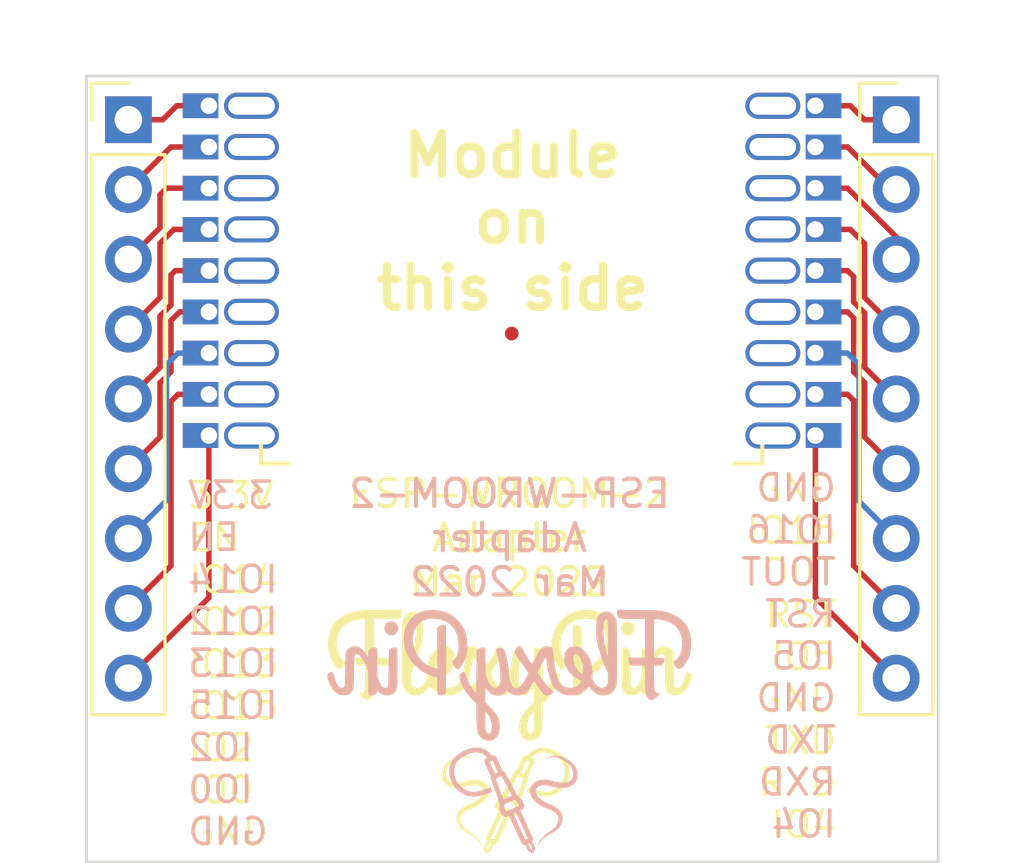
<source format=kicad_pcb>
(kicad_pcb (version 20211014) (generator pcbnew)
  (layers (0 "F.Cu" signal) (31 "B.Cu" signal) (34 "B.Paste" user) (35 "F.Paste" user) (36 "B.SilkS" user "B.Silkscreen") (37 "F.SilkS" user "F.Silkscreen") (38 "B.Mask" user) (39 "F.Mask" user) (44 "Edge.Cuts" user))
  (net 0 "")
  (net 1 "/GND")
  (net 2 "/EN")
  (net 3 "/IO2")
  (net 4 "/IO19")
  (net 5 "/IO18")
  (net 6 "/IO5")
  (net 7 "/IO4")
  (net 8 "/IO0")
  (net 9 "/3.3V")
  (net 10 "/IO6")
  (net 11 "/IO7")
  (net 12 "/IO8")
  (net 13 "/IO3")
  (net 14 "/IO9")
  (net 15 "/IO10")
  (net 16 "/IO1")
  (net 17 "/TXD")
  (net 18 "/RXD")
  (footprint "Connector_PinHeader_2.54mm:PinHeader_1x09_P2.54mm_Vertical" (layer "F.Cu") (at 162.052 81.788)
    (fp_text reference "J22" hide)
    (fp_text value "Conn_01x09")
    (pad "1" thru_hole rect locked (at 0 0) (size 1.7 1.7) (drill 1) (layers *.Cu *.Mask) (net 8 "/IO0"))
    (pad "2" thru_hole oval locked (at 0 2.54) (size 1.7 1.7) (drill 1) (layers *.Cu *.Mask) (net 16 "/IO1"))
    (pad "3" thru_hole oval locked (at 0 5.08) (size 1.7 1.7) (drill 1) (layers *.Cu *.Mask) (net 3 "/IO2"))
    (pad "4" thru_hole oval locked (at 0 7.62) (size 1.7 1.7) (drill 1) (layers *.Cu *.Mask) (net 13 "/IO3"))
    (pad "5" thru_hole oval locked (at 0 10.16) (size 1.7 1.7) (drill 1) (layers *.Cu *.Mask) (net 4 "/IO19"))
    (pad "6" thru_hole oval locked (at 0 12.7) (size 1.7 1.7) (drill 1) (layers *.Cu *.Mask) (net 5 "/IO18"))
    (pad "7" thru_hole oval locked (at 0 15.24) (size 1.7 1.7) (drill 1) (layers *.Cu *.Mask) (net 17 "/TXD"))
    (pad "8" thru_hole oval locked (at 0 17.78) (size 1.7 1.7) (drill 1) (layers *.Cu *.Mask) (net 18 "/RXD"))
    (pad "9" thru_hole oval locked (at 0 20.32) (size 1.7 1.7) (drill 1) (layers *.Cu *.Mask) (net 15 "/IO10"))
  )
  (footprint "FlexyPin:FlexyPin_1x01" (layer "F.Cu") (at 159.11 82.78 180)
    (fp_text reference "J12" hide)
    (fp_text value "Conn_01x01")
    (pad "" thru_hole oval (at 1.55 0) (size 2 0.95) (drill oval 1.7 0.65) (layers *.Cu *.Mask))
    (pad "1" thru_hole rect (at 0 0 180) (size 1.3 0.9) (drill 0.6 (offset -0.3 0)) (layers *.Cu *.Mask) (net 16 "/IO1"))
  )
  (footprint "FlexyPin:FlexyPin_1x01" (layer "F.Cu") (at 137.04 90.28)
    (fp_text reference "J9" hide)
    (fp_text value "Conn_01x01")
    (pad "" thru_hole oval (at 1.55 0 180) (size 2 0.95) (drill oval 1.7 0.65) (layers *.Cu *.Mask))
    (pad "1" thru_hole rect (at 0 0) (size 1.3 0.9) (drill 0.6 (offset -0.3 0)) (layers *.Cu *.Mask) (net 12 "/IO8"))
  )
  (footprint "FlexyPin:FlexyPin_1x01" (layer "F.Cu") (at 137.04 85.78)
    (fp_text reference "J5" hide)
    (fp_text value "Conn_01x01")
    (pad "" thru_hole oval (at 1.55 0 180) (size 2 0.95) (drill oval 1.7 0.65) (layers *.Cu *.Mask))
    (pad "1" thru_hole rect (at 0 0) (size 1.3 0.9) (drill 0.6 (offset -0.3 0)) (layers *.Cu *.Mask) (net 6 "/IO5"))
  )
  (footprint "Connector_PinHeader_2.54mm:PinHeader_1x09_P2.54mm_Vertical" (layer "F.Cu") (at 134.112 81.788)
    (fp_text reference "J1" hide)
    (fp_text value "Conn_01x09")
    (pad "1" thru_hole rect locked (at 0 0) (size 1.7 1.7) (drill 1) (layers *.Cu *.Mask) (net 9 "/3.3V"))
    (pad "2" thru_hole oval locked (at 0 2.54) (size 1.7 1.7) (drill 1) (layers *.Cu *.Mask) (net 2 "/EN"))
    (pad "3" thru_hole oval locked (at 0 5.08) (size 1.7 1.7) (drill 1) (layers *.Cu *.Mask) (net 7 "/IO4"))
    (pad "4" thru_hole oval locked (at 0 7.62) (size 1.7 1.7) (drill 1) (layers *.Cu *.Mask) (net 6 "/IO5"))
    (pad "5" thru_hole oval locked (at 0 10.16) (size 1.7 1.7) (drill 1) (layers *.Cu *.Mask) (net 10 "/IO6"))
    (pad "6" thru_hole oval locked (at 0 12.7) (size 1.7 1.7) (drill 1) (layers *.Cu *.Mask) (net 11 "/IO7"))
    (pad "7" thru_hole oval locked (at 0 15.24) (size 1.7 1.7) (drill 1) (layers *.Cu *.Mask) (net 12 "/IO8"))
    (pad "8" thru_hole oval locked (at 0 17.78) (size 1.7 1.7) (drill 1) (layers *.Cu *.Mask) (net 14 "/IO9"))
    (pad "9" thru_hole oval locked (at 0 20.32) (size 1.7 1.7) (drill 1) (layers *.Cu *.Mask) (net 1 "/GND"))
  )
  (footprint "FlexyPin:FlexyPin_1x01" (layer "F.Cu") (at 159.11 87.28 180)
    (fp_text reference "J15" hide)
    (fp_text value "Conn_01x01")
    (pad "" thru_hole oval (at 1.55 0) (size 2 0.95) (drill oval 1.7 0.65) (layers *.Cu *.Mask))
    (pad "1" thru_hole rect (at 0 0 180) (size 1.3 0.9) (drill 0.6 (offset -0.3 0)) (layers *.Cu *.Mask) (net 4 "/IO19"))
  )
  (footprint "FlexyPin:FlexyPin_1x01" (layer "F.Cu") (at 159.11 91.78 180)
    (fp_text reference "J18" hide)
    (fp_text value "Conn_01x01")
    (pad "" thru_hole oval (at 1.55 0) (size 2 0.95) (drill oval 1.7 0.65) (layers *.Cu *.Mask))
    (pad "1" thru_hole rect (at 0 0 180) (size 1.3 0.9) (drill 0.6 (offset -0.3 0)) (layers *.Cu *.Mask) (net 18 "/RXD"))
  )
  (footprint "FlexyPin:FlexyPin_1x01" (layer "F.Cu") (at 159.11 90.28 180)
    (fp_text reference "J17" hide)
    (fp_text value "Conn_01x01")
    (pad "" thru_hole oval (at 1.55 0) (size 2 0.95) (drill oval 1.7 0.65) (layers *.Cu *.Mask))
    (pad "1" thru_hole rect (at 0 0 180) (size 1.3 0.9) (drill 0.6 (offset -0.3 0)) (layers *.Cu *.Mask) (net 17 "/TXD"))
  )
  (footprint "LOGO" (layer "F.Cu") (at 148 102)
    (fp_text reference "G***" hide)
    (fp_text value "LOGO" hide)
  )
  (footprint "FlexyPin:FlexyPin_1x01" (layer "F.Cu") (at 159.11 85.78 180)
    (fp_text reference "J14" hide)
    (fp_text value "Conn_01x01")
    (pad "" thru_hole oval (at 1.55 0) (size 2 0.95) (drill oval 1.7 0.65) (layers *.Cu *.Mask))
    (pad "1" thru_hole rect (at 0 0 180) (size 1.3 0.9) (drill 0.6 (offset -0.3 0)) (layers *.Cu *.Mask) (net 13 "/IO3"))
  )
  (footprint "FlexyPin:FlexyPin_1x01" (layer "F.Cu") (at 137.04 88.78)
    (fp_text reference "J8" hide)
    (fp_text value "Conn_01x01")
    (pad "" thru_hole oval (at 1.55 0 180) (size 2 0.95) (drill oval 1.7 0.65) (layers *.Cu *.Mask))
    (pad "1" thru_hole rect (at 0 0) (size 1.3 0.9) (drill 0.6 (offset -0.3 0)) (layers *.Cu *.Mask) (net 11 "/IO7"))
  )
  (footprint "FlexyPin:FlexyPin_1x01" (layer "F.Cu") (at 137.04 93.28)
    (fp_text reference "J23" hide)
    (fp_text value "Conn_01x01")
    (pad "" thru_hole oval (at 1.55 0 180) (size 2 0.95) (drill oval 1.7 0.65) (layers *.Cu *.Mask))
    (pad "1" thru_hole rect (at 0 0) (size 1.3 0.9) (drill 0.6 (offset -0.3 0)) (layers *.Cu *.Mask) (net 1 "/GND"))
  )
  (footprint "FlexyPin:FlexyPin_1x01" (layer "F.Cu") (at 137.04 82.78)
    (fp_text reference "J3" hide)
    (fp_text value "Conn_01x01")
    (pad "" thru_hole oval (at 1.55 0 180) (size 2 0.95) (drill oval 1.7 0.65) (layers *.Cu *.Mask))
    (pad "1" thru_hole rect (at 0 0) (size 1.3 0.9) (drill 0.6 (offset -0.3 0)) (layers *.Cu *.Mask) (net 2 "/EN"))
  )
  (footprint "FlexyPin:FlexyPin_1x01" (layer "F.Cu") (at 137.04 87.28)
    (fp_text reference "J7" hide)
    (fp_text value "Conn_01x01")
    (pad "" thru_hole oval (at 1.55 0 180) (size 2 0.95) (drill oval 1.7 0.65) (layers *.Cu *.Mask))
    (pad "1" thru_hole rect (at 0 0) (size 1.3 0.9) (drill 0.6 (offset -0.3 0)) (layers *.Cu *.Mask) (net 10 "/IO6"))
  )
  (footprint "FlexyPin:FlexyPin_1x01" (layer "F.Cu") (at 159.11 84.28 180)
    (fp_text reference "J13" hide)
    (fp_text value "Conn_01x01")
    (pad "" thru_hole oval (at 1.55 0) (size 2 0.95) (drill oval 1.7 0.65) (layers *.Cu *.Mask))
    (pad "1" thru_hole rect (at 0 0 180) (size 1.3 0.9) (drill 0.6 (offset -0.3 0)) (layers *.Cu *.Mask) (net 3 "/IO2"))
  )
  (footprint "FlexyPin:FlexyPin_1x01" (layer "F.Cu") (at 159.11 81.28 180)
    (fp_text reference "J11" hide)
    (fp_text value "Conn_01x01")
    (pad "" thru_hole oval (at 1.55 0) (size 2 0.95) (drill oval 1.7 0.65) (layers *.Cu *.Mask))
    (pad "1" thru_hole rect (at 0 0 180) (size 1.3 0.9) (drill 0.6 (offset -0.3 0)) (layers *.Cu *.Mask) (net 8 "/IO0"))
  )
  (footprint "FlexyPin:FlexyPin_1x01" (layer "F.Cu") (at 137.04 91.78)
    (fp_text reference "J10" hide)
    (fp_text value "Conn_01x01")
    (pad "" thru_hole oval (at 1.55 0 180) (size 2 0.95) (drill oval 1.7 0.65) (layers *.Cu *.Mask))
    (pad "1" thru_hole rect (at 0 0) (size 1.3 0.9) (drill 0.6 (offset -0.3 0)) (layers *.Cu *.Mask) (net 14 "/IO9"))
  )
  (footprint "Fiducial:Fiducial_0.5mm_Mask1.5mm" (layer "F.Cu") (at 148.06 89.57)
    (fp_text reference "REF**" hide)
    (fp_text value "Fiducial_0.5mm_Mask1.5mm")
    (pad "" smd circle (at 0 0) (size 0.5 0.5) (layers "F.Cu") (clearance 0.5))
  )
  (footprint "FlexyPin:FlexyPin_1x01" (layer "F.Cu") (at 137.04 84.28)
    (fp_text reference "J4" hide)
    (fp_text value "Conn_01x01")
    (pad "" thru_hole oval (at 1.55 0 180) (size 2 0.95) (drill oval 1.7 0.65) (layers *.Cu *.Mask))
    (pad "1" thru_hole rect (at 0 0) (size 1.3 0.9) (drill 0.6 (offset -0.3 0)) (layers *.Cu *.Mask) (net 7 "/IO4"))
  )
  (footprint "Symbols_Extra:SolderParty-New-Logo_5x4.2mm_SilkScreen" (layer "F.Cu") (at 148 106.4)
    (fp_text reference "G***" hide)
    (fp_text value "LOGO" hide)
  )
  (footprint "FlexyPin:FlexyPin_1x01" (layer "F.Cu") (at 159.11 93.28 180)
    (fp_text reference "J6" hide)
    (fp_text value "Conn_01x01")
    (pad "" thru_hole oval (at 1.55 0) (size 2 0.95) (drill oval 1.7 0.65) (layers *.Cu *.Mask))
    (pad "1" thru_hole rect (at 0 0 180) (size 1.3 0.9) (drill 0.6 (offset -0.3 0)) (layers *.Cu *.Mask) (net 15 "/IO10"))
  )
  (footprint "FlexyPin:FlexyPin_1x01" (layer "F.Cu") (at 137.04 81.28)
    (fp_text reference "J2" hide)
    (fp_text value "Conn_01x01")
    (pad "" thru_hole oval (at 1.55 0 180) (size 2 0.95) (drill oval 1.7 0.65) (layers *.Cu *.Mask))
    (pad "1" thru_hole rect (at 0 0) (size 1.3 0.9) (drill 0.6 (offset -0.3 0)) (layers *.Cu *.Mask) (net 9 "/3.3V"))
  )
  (footprint "FlexyPin:FlexyPin_1x01" (layer "F.Cu") (at 159.11 88.78 180)
    (fp_text reference "J16" hide)
    (fp_text value "Conn_01x01")
    (pad "" thru_hole oval (at 1.55 0) (size 2 0.95) (drill oval 1.7 0.65) (layers *.Cu *.Mask))
    (pad "1" thru_hole rect (at 0 0 180) (size 1.3 0.9) (drill 0.6 (offset -0.3 0)) (layers *.Cu *.Mask) (net 5 "/IO18"))
  )
  (footprint "LOGO" (layer "B.Cu") (at 147.96 102 180)
    (fp_text reference "G***" hide)
    (fp_text value "LOGO" hide)
  )
  (footprint "Symbols_Extra:SolderParty-New-Logo_5x4.2mm_SilkScreen" (layer "B.Cu") (at 147.96 106.4 180)
    (fp_text reference "G***" hide)
    (fp_text value "LOGO" hide)
  )
  (gr_line (start 138.935 94.3) (end 139.935 94.3) (layer "F.SilkS") (width 0.15))
  (gr_line (start 138.935 93.52) (end 138.935 94.3) (layer "F.SilkS") (width 0.15))
  (gr_line (start 157.175 93.52) (end 157.175 94.3) (layer "F.SilkS") (width 0.15))
  (gr_line (start 157.175 94.3) (end 156.175 94.3) (layer "F.SilkS") (width 0.15))
  (gr_line (start 132.588 80.2) (end 163.576 80.2) (layer "Edge.Cuts") (width 0.1))
  (gr_line (start 163.576 108.8) (end 132.588 108.8) (layer "Edge.Cuts") (width 0.1))
  (gr_line (start 163.576 80.2) (end 163.576 108.8) (layer "Edge.Cuts") (width 0.1))
  (gr_line (start 132.588 108.8) (end 132.588 80.2) (layer "Edge.Cuts") (width 0.1))
  (gr_text "3.3V\nEN\nIO14\nIO12\nIO13\nIO15\nIO2\nIO0\nGND" (at 136.200184 101.570996) (layer "B.SilkS") (effects (font (size 0.95 0.95) (thickness 0.13)) (justify right mirror)))
  (gr_text "ESP-WROOM-2\nAdapter\nMar 2022" (at 147.98 97) (layer "B.SilkS") (effects (font (size 1 1)) (justify mirror)))
  (gr_text "GND\nIO16\nTOUT\nRST\nIO5\nGND\nTXD\nRXD\nIO4" (at 159.941778 101.302898) (layer "B.SilkS") (effects (font (size 0.95 0.95) (thickness 0.13)) (justify left mirror)))
  (gr_text "Module\non\nthis side" (at 148.09 85.5) (layer "F.SilkS") (effects (font (size 1.5 1.5) (thickness 0.3) bold)))
  (gr_text "3.3V\nEN\nIO14\nIO12\nIO13\nIO15\nIO2\nIO0\nGND" (at 136.225 101.592581) (layer "F.SilkS") (effects (font (size 0.95 0.95) (thickness 0.13)) (justify left)))
  (gr_text "ESP-WROOM-2\nAdapter\nMar 2022" (at 147.98 97) (layer "F.SilkS") (effects (font (size 1 1))))
  (gr_text "GND\nIO16\nTOUT\nRST\nIO5\nGND\nTXD\nRXD\nIO4" (at 159.95 101.325) (layer "F.SilkS") (effects (font (size 0.95 0.95) (thickness 0.13)) (justify right)))
  (segment (start 137.04 99.18) (end 137.04 93.28) (width 0.2) (layer "F.Cu") (net 1))
  (segment (start 134.112 102.108) (end 137.04 99.18) (width 0.2) (layer "F.Cu") (net 1))
  (segment (start 135.66 82.78) (end 137.04 82.78) (width 0.2) (layer "F.Cu") (net 2))
  (segment (start 134.112 84.328) (end 135.66 82.78) (width 0.2) (layer "F.Cu") (net 2))
  (segment (start 160.28 84.28) (end 162.052 86.052) (width 0.2) (layer "F.Cu") (net 3))
  (segment (start 159.11 84.28) (end 160.28 84.28) (width 0.2) (layer "F.Cu") (net 3))
  (segment (start 162.052 86.052) (end 162.052 86.868) (width 0.2) (layer "F.Cu") (net 3))
  (segment (start 160.902489 88.823495) (end 160.902489 90.798489) (width 0.2) (layer "F.Cu") (net 4))
  (segment (start 160.50048 87.50048) (end 160.50048 88.421486) (width 0.2) (layer "F.Cu") (net 4))
  (segment (start 160.50048 88.421486) (end 160.902489 88.823495) (width 0.2) (layer "F.Cu") (net 4))
  (segment (start 159.11 87.28) (end 160.28 87.28) (width 0.2) (layer "F.Cu") (net 4))
  (segment (start 161.948 91.948) (end 162.052 91.948) (width 0.2) (layer "F.Cu") (net 4))
  (segment (start 160.902489 90.798489) (end 162.052 91.948) (width 0.2) (layer "F.Cu") (net 4))
  (segment (start 160.28 87.28) (end 160.50048 87.50048) (width 0.2) (layer "F.Cu") (net 4))
  (segment (start 160.502969 89.002969) (end 160.50297 90.963976) (width 0.2) (layer "F.Cu") (net 5))
  (segment (start 159.11 88.78) (end 160.28 88.78) (width 0.2) (layer "F.Cu") (net 5))
  (segment (start 160.50297 90.963976) (end 160.902489 91.363495) (width 0.2) (layer "F.Cu") (net 5))
  (segment (start 160.902489 91.363495) (end 160.902489 93.338489) (width 0.2) (layer "F.Cu") (net 5))
  (segment (start 160.28 88.78) (end 160.502969 89.002969) (width 0.2) (layer "F.Cu") (net 5))
  (segment (start 160.902489 93.338489) (end 162.052 94.488) (width 0.2) (layer "F.Cu") (net 5))
  (segment (start 135.261511 86.283495) (end 135.765006 85.78) (width 0.2) (layer "F.Cu") (net 6))
  (segment (start 135.261511 88.258489) (end 135.261511 86.283495) (width 0.2) (layer "F.Cu") (net 6))
  (segment (start 134.112 89.408) (end 135.261511 88.258489) (width 0.2) (layer "F.Cu") (net 6))
  (segment (start 135.765006 85.78) (end 137.04 85.78) (width 0.2) (layer "F.Cu") (net 6))
  (segment (start 135.261511 84.519244) (end 135.500755 84.28) (width 0.2) (layer "F.Cu") (net 7))
  (segment (start 134.112 86.868) (end 135.261511 85.718489) (width 0.2) (layer "F.Cu") (net 7))
  (segment (start 135.261511 85.718489) (end 135.261511 84.519244) (width 0.2) (layer "F.Cu") (net 7))
  (segment (start 135.500755 84.28) (end 137.04 84.28) (width 0.2) (layer "F.Cu") (net 7))
  (segment (start 159.11 81.28) (end 160.38 81.28) (width 0.2) (layer "F.Cu") (net 8))
  (segment (start 160.38 81.28) (end 160.888 81.788) (width 0.2) (layer "F.Cu") (net 8))
  (segment (start 160.888 81.788) (end 162.052 81.788) (width 0.2) (layer "F.Cu") (net 8))
  (segment (start 137.04 81.28) (end 135.87 81.28) (width 0.2) (layer "F.Cu") (net 9))
  (segment (start 135.362 81.788) (end 134.112 81.788) (width 0.2) (layer "F.Cu") (net 9))
  (segment (start 135.87 81.28) (end 135.362 81.788) (width 0.2) (layer "F.Cu") (net 9))
  (segment (start 134.112 91.948) (end 135.261511 90.798489) (width 0.2) (layer "F.Cu") (net 10))
  (segment (start 135.261511 90.798489) (end 135.261511 88.931856) (width 0.2) (layer "F.Cu") (net 10))
  (segment (start 135.66103 88.532337) (end 135.66103 87.43897) (width 0.2) (layer "F.Cu") (net 10))
  (segment (start 135.82 87.28) (end 137.04 87.28) (width 0.2) (layer "F.Cu") (net 10))
  (segment (start 135.66103 87.43897) (end 135.82 87.28) (width 0.2) (layer "F.Cu") (net 10))
  (segment (start 135.261511 88.931856) (end 135.66103 88.532337) (width 0.2) (layer "F.Cu") (net 10))
  (segment (start 135.978373 88.78) (end 137.04 88.78) (width 0.2) (layer "F.Cu") (net 11))
  (segment (start 135.261511 91.363495) (end 135.661031 90.963975) (width 0.2) (layer "F.Cu") (net 11))
  (segment (start 135.661031 90.963975) (end 135.661031 89.097342) (width 0.2) (layer "F.Cu") (net 11))
  (segment (start 135.661031 89.097342) (end 135.978373 88.78) (width 0.2) (layer "F.Cu") (net 11))
  (segment (start 135.261511 93.338489) (end 135.261511 91.363495) (width 0.2) (layer "F.Cu") (net 11))
  (segment (start 134.112 94.488) (end 135.261511 93.338489) (width 0.2) (layer "F.Cu") (net 11))
  (segment (start 135.5 95.64) (end 135.5 90.7) (width 0.2) (layer "B.Cu") (net 12))
  (segment (start 134.112 97.028) (end 135.5 95.64) (width 0.2) (layer "B.Cu") (net 12))
  (segment (start 135.92 90.28) (end 137.04 90.28) (width 0.2) (layer "B.Cu") (net 12))
  (segment (start 135.5 90.7) (end 135.92 90.28) (width 0.2) (layer "B.Cu") (net 12))
  (segment (start 160.38 85.78) (end 160.9 86.3) (width 0.2) (layer "F.Cu") (net 13))
  (segment (start 159.11 85.78) (end 160.38 85.78) (width 0.2) (layer "F.Cu") (net 13))
  (segment (start 160.9 86.3) (end 160.9 88.256) (width 0.2) (layer "F.Cu") (net 13))
  (segment (start 160.9 88.256) (end 162.052 89.408) (width 0.2) (layer "F.Cu") (net 13))
  (segment (start 135.661031 98.018969) (end 135.661031 92.038969) (width 0.2) (layer "F.Cu") (net 14))
  (segment (start 134.112 99.568) (end 135.661031 98.018969) (width 0.2) (layer "F.Cu") (net 14))
  (segment (start 135.661031 92.038969) (end 135.92 91.78) (width 0.2) (layer "F.Cu") (net 14))
  (segment (start 135.92 91.78) (end 137.04 91.78) (width 0.2) (layer "F.Cu") (net 14))
  (segment (start 159.11 99.166) (end 162.052 102.108) (width 0.2) (layer "F.Cu") (net 15))
  (segment (start 159.11 93.28) (end 159.11 99.166) (width 0.2) (layer "F.Cu") (net 15))
  (segment (start 161.828 84.328) (end 162.052 84.328) (width 0.2) (layer "F.Cu") (net 16))
  (segment (start 160.28 82.78) (end 161.828 84.328) (width 0.2) (layer "F.Cu") (net 16))
  (segment (start 159.11 82.78) (end 160.28 82.78) (width 0.2) (layer "F.Cu") (net 16))
  (segment (start 160.7 90.7) (end 160.28 90.28) (width 0.2) (layer "B.Cu") (net 17))
  (segment (start 160.28 90.28) (end 159.11 90.28) (width 0.2) (layer "B.Cu") (net 17))
  (segment (start 160.7 95.676) (end 160.7 90.7) (width 0.2) (layer "B.Cu") (net 17))
  (segment (start 162.052 97.028) (end 160.7 95.676) (width 0.2) (layer "B.Cu") (net 17))
  (segment (start 160.28 91.78) (end 160.502969 92.002969) (width 0.2) (layer "F.Cu") (net 18))
  (segment (start 160.502969 92.002969) (end 160.502969 98.018969) (width 0.2) (layer "F.Cu") (net 18))
  (segment (start 159.11 91.78) (end 160.28 91.78) (width 0.2) (layer "F.Cu") (net 18))
  (segment (start 160.502969 98.018969) (end 162.052 99.568) (width 0.2) (layer "F.Cu") (net 18))
)
</source>
